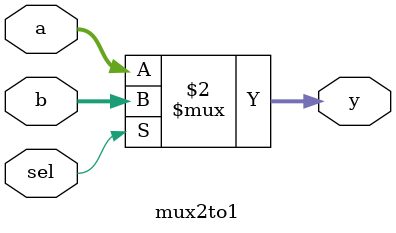
<source format=v>
module mux2to1(
  input wire [7:0] a,
  input wire [7:0] b,
  input wire sel,
  output wire [7:0] y
);
  assign y = (sel ==1'b0) ? a : b;
endmodule

</source>
